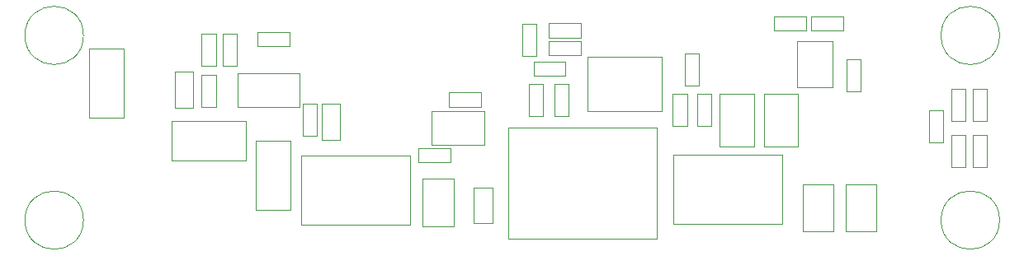
<source format=gbr>
%TF.GenerationSoftware,KiCad,Pcbnew,(5.1.6)-1*%
%TF.CreationDate,2020-08-13T11:00:50+03:00*%
%TF.ProjectId,Rechargeable 5V power bank REV 0.53,52656368-6172-4676-9561-626c65203556,rev?*%
%TF.SameCoordinates,Original*%
%TF.FileFunction,Other,User*%
%FSLAX46Y46*%
G04 Gerber Fmt 4.6, Leading zero omitted, Abs format (unit mm)*
G04 Created by KiCad (PCBNEW (5.1.6)-1) date 2020-08-13 11:00:50*
%MOMM*%
%LPD*%
G01*
G04 APERTURE LIST*
%ADD10C,0.050000*%
%ADD11C,0.120000*%
G04 APERTURE END LIST*
D10*
%TO.C,C13*%
X102350000Y-73750000D02*
X102350000Y-70050000D01*
X100450000Y-73750000D02*
X102350000Y-73750000D01*
X100450000Y-70050000D02*
X100450000Y-73750000D01*
X102350000Y-70050000D02*
X100450000Y-70050000D01*
%TO.C,C11*%
X85350000Y-66750000D02*
X85350000Y-70450000D01*
X87250000Y-66750000D02*
X85350000Y-66750000D01*
X87250000Y-70450000D02*
X87250000Y-66750000D01*
X85350000Y-70450000D02*
X87250000Y-70450000D01*
%TO.C,U1*%
X98150000Y-70400000D02*
X91850000Y-70400000D01*
X98150000Y-66900000D02*
X98150000Y-70400000D01*
X91850000Y-66900000D02*
X98150000Y-66900000D01*
X91850000Y-70400000D02*
X91850000Y-66900000D01*
%TO.C,C12*%
X157380000Y-83187500D02*
X157380000Y-78287500D01*
X154220000Y-83187500D02*
X157380000Y-83187500D01*
X154220000Y-78287500D02*
X154220000Y-83187500D01*
X157380000Y-78287500D02*
X154220000Y-78287500D01*
D11*
%TO.C,MH4*%
X170000000Y-82000000D02*
G75*
G03*
X170000000Y-82000000I-3000000J0D01*
G01*
%TO.C,MH3*%
X170000000Y-63000000D02*
G75*
G03*
X170000000Y-63000000I-3000000J0D01*
G01*
%TO.C,MH2*%
X76000000Y-82000000D02*
G75*
G03*
X76000000Y-82000000I-3000000J0D01*
G01*
%TO.C,MH1*%
X76000000Y-63000000D02*
G75*
G03*
X76000000Y-63000000I-3000000J0D01*
G01*
%TO.C,U3*%
X135310000Y-70794000D02*
X127690000Y-70794000D01*
X127690000Y-70794000D02*
X127690000Y-65206000D01*
X127690000Y-65206000D02*
X135310000Y-65206000D01*
X135310000Y-65206000D02*
X135310000Y-70794000D01*
D10*
%TO.C,U2*%
X149250000Y-68350000D02*
X152850000Y-68350000D01*
X149250000Y-63550000D02*
X149250000Y-68350000D01*
X152850000Y-63550000D02*
X149250000Y-63550000D01*
X152850000Y-68350000D02*
X152850000Y-63550000D01*
%TO.C,R19*%
X164230000Y-74025000D02*
X164230000Y-70725000D01*
X162770000Y-74025000D02*
X164230000Y-74025000D01*
X162770000Y-70725000D02*
X162770000Y-74025000D01*
X164230000Y-70725000D02*
X162770000Y-70725000D01*
%TO.C,R18*%
X167270000Y-73225000D02*
X167270000Y-76525000D01*
X168730000Y-73225000D02*
X167270000Y-73225000D01*
X168730000Y-76525000D02*
X168730000Y-73225000D01*
X167270000Y-76525000D02*
X168730000Y-76525000D01*
%TO.C,R17*%
X168730000Y-71775000D02*
X168730000Y-68475000D01*
X167270000Y-71775000D02*
X168730000Y-71775000D01*
X167270000Y-68475000D02*
X167270000Y-71775000D01*
X168730000Y-68475000D02*
X167270000Y-68475000D01*
%TO.C,R16*%
X166480000Y-76525000D02*
X166480000Y-73225000D01*
X165020000Y-76525000D02*
X166480000Y-76525000D01*
X165020000Y-73225000D02*
X165020000Y-76525000D01*
X166480000Y-73225000D02*
X165020000Y-73225000D01*
%TO.C,R15*%
X165020000Y-68475000D02*
X165020000Y-71775000D01*
X166480000Y-68475000D02*
X165020000Y-68475000D01*
X166480000Y-71775000D02*
X166480000Y-68475000D01*
X165020000Y-71775000D02*
X166480000Y-71775000D01*
%TO.C,R14*%
X139130000Y-68125000D02*
X139130000Y-64825000D01*
X137670000Y-68125000D02*
X139130000Y-68125000D01*
X137670000Y-64825000D02*
X137670000Y-68125000D01*
X139130000Y-64825000D02*
X137670000Y-64825000D01*
%TO.C,R13*%
X123775000Y-63230000D02*
X127075000Y-63230000D01*
X123775000Y-61770000D02*
X123775000Y-63230000D01*
X127075000Y-61770000D02*
X123775000Y-61770000D01*
X127075000Y-63230000D02*
X127075000Y-61770000D01*
%TO.C,R12*%
X138970000Y-69025000D02*
X138970000Y-72325000D01*
X140430000Y-69025000D02*
X138970000Y-69025000D01*
X140430000Y-72325000D02*
X140430000Y-69025000D01*
X138970000Y-72325000D02*
X140430000Y-72325000D01*
%TO.C,R11*%
X125475000Y-65670000D02*
X122175000Y-65670000D01*
X125475000Y-67130000D02*
X125475000Y-65670000D01*
X122175000Y-67130000D02*
X125475000Y-67130000D01*
X122175000Y-65670000D02*
X122175000Y-67130000D01*
%TO.C,R10*%
X116825000Y-68870000D02*
X113525000Y-68870000D01*
X116825000Y-70330000D02*
X116825000Y-68870000D01*
X113525000Y-70330000D02*
X116825000Y-70330000D01*
X113525000Y-68870000D02*
X113525000Y-70330000D01*
%TO.C,R9*%
X110375000Y-76030000D02*
X113675000Y-76030000D01*
X110375000Y-74570000D02*
X110375000Y-76030000D01*
X113675000Y-74570000D02*
X110375000Y-74570000D01*
X113675000Y-76030000D02*
X113675000Y-74570000D01*
%TO.C,R8*%
X121720000Y-67975000D02*
X121720000Y-71275000D01*
X123180000Y-67975000D02*
X121720000Y-67975000D01*
X123180000Y-71275000D02*
X123180000Y-67975000D01*
X121720000Y-71275000D02*
X123180000Y-71275000D01*
%TO.C,R7*%
X155730000Y-68775000D02*
X155730000Y-65475000D01*
X154270000Y-68775000D02*
X155730000Y-68775000D01*
X154270000Y-65475000D02*
X154270000Y-68775000D01*
X155730000Y-65475000D02*
X154270000Y-65475000D01*
%TO.C,R6*%
X146850000Y-62530000D02*
X150150000Y-62530000D01*
X146850000Y-61070000D02*
X146850000Y-62530000D01*
X150150000Y-61070000D02*
X146850000Y-61070000D01*
X150150000Y-62530000D02*
X150150000Y-61070000D01*
%TO.C,R5*%
X88120000Y-62850000D02*
X88120000Y-66150000D01*
X89580000Y-62850000D02*
X88120000Y-62850000D01*
X89580000Y-66150000D02*
X89580000Y-62850000D01*
X88120000Y-66150000D02*
X89580000Y-66150000D01*
%TO.C,R4*%
X97150000Y-62670000D02*
X93850000Y-62670000D01*
X97150000Y-64130000D02*
X97150000Y-62670000D01*
X93850000Y-64130000D02*
X97150000Y-64130000D01*
X93850000Y-62670000D02*
X93850000Y-64130000D01*
%TO.C,R3*%
X90270000Y-62850000D02*
X90270000Y-66150000D01*
X91730000Y-62850000D02*
X90270000Y-62850000D01*
X91730000Y-66150000D02*
X91730000Y-62850000D01*
X90270000Y-66150000D02*
X91730000Y-66150000D01*
%TO.C,Q3*%
X117100000Y-70800000D02*
X111700000Y-70800000D01*
X111700000Y-70800000D02*
X111700000Y-74300000D01*
X111700000Y-74300000D02*
X117100000Y-74300000D01*
X117100000Y-74300000D02*
X117100000Y-70800000D01*
%TO.C,Q2*%
X144800000Y-74450000D02*
X144800000Y-69050000D01*
X144800000Y-69050000D02*
X141300000Y-69050000D01*
X141300000Y-69050000D02*
X141300000Y-74450000D01*
X141300000Y-74450000D02*
X144800000Y-74450000D01*
%TO.C,Q1*%
X149300000Y-74450000D02*
X149300000Y-69050000D01*
X149300000Y-69050000D02*
X145800000Y-69050000D01*
X145800000Y-69050000D02*
X145800000Y-74450000D01*
X145800000Y-74450000D02*
X149300000Y-74450000D01*
D11*
%TO.C,L1*%
X119580000Y-83915000D02*
X119580000Y-72485000D01*
X119580000Y-72485000D02*
X134820000Y-72485000D01*
X134820000Y-72485000D02*
X134820000Y-83915000D01*
X134820000Y-83915000D02*
X119580000Y-83915000D01*
%TO.C,F1*%
X85065000Y-75705000D02*
X85065000Y-71768000D01*
X85065000Y-71768000D02*
X92685000Y-71768000D01*
X92685000Y-71768000D02*
X92685000Y-75705000D01*
X92685000Y-75705000D02*
X92685000Y-75832000D01*
X92685000Y-75832000D02*
X85065000Y-75832000D01*
X85065000Y-75832000D02*
X85065000Y-75705000D01*
%TO.C,D4*%
X80178000Y-71456000D02*
X76622000Y-71456000D01*
X76622000Y-71456000D02*
X76622000Y-64598000D01*
X76622000Y-64598000D02*
X76622000Y-64344000D01*
X76622000Y-64344000D02*
X80178000Y-64344000D01*
X80178000Y-64344000D02*
X80178000Y-71456000D01*
%TO.C,D3*%
X147688000Y-75244000D02*
X147688000Y-82356000D01*
X147688000Y-82356000D02*
X137020000Y-82356000D01*
X137020000Y-82356000D02*
X136512000Y-82356000D01*
X136512000Y-82356000D02*
X136512000Y-75244000D01*
X136512000Y-75244000D02*
X147688000Y-75244000D01*
%TO.C,D2*%
X109488000Y-75344000D02*
X109488000Y-82456000D01*
X109488000Y-82456000D02*
X98820000Y-82456000D01*
X98820000Y-82456000D02*
X98312000Y-82456000D01*
X98312000Y-82456000D02*
X98312000Y-75344000D01*
X98312000Y-75344000D02*
X109488000Y-75344000D01*
%TO.C,D1*%
X93722000Y-73844000D02*
X97278000Y-73844000D01*
X97278000Y-73844000D02*
X97278000Y-80702000D01*
X97278000Y-80702000D02*
X97278000Y-80956000D01*
X97278000Y-80956000D02*
X93722000Y-80956000D01*
X93722000Y-80956000D02*
X93722000Y-73844000D01*
D10*
%TO.C,C10*%
X122480000Y-65075000D02*
X122480000Y-61775000D01*
X121020000Y-65075000D02*
X122480000Y-65075000D01*
X121020000Y-61775000D02*
X121020000Y-65075000D01*
X122480000Y-61775000D02*
X121020000Y-61775000D01*
%TO.C,C9*%
X137930000Y-72325000D02*
X137930000Y-69025000D01*
X136470000Y-72325000D02*
X137930000Y-72325000D01*
X136470000Y-69025000D02*
X136470000Y-72325000D01*
X137930000Y-69025000D02*
X136470000Y-69025000D01*
%TO.C,C8*%
X123775000Y-65030000D02*
X127075000Y-65030000D01*
X123775000Y-63570000D02*
X123775000Y-65030000D01*
X127075000Y-63570000D02*
X123775000Y-63570000D01*
X127075000Y-65030000D02*
X127075000Y-63570000D01*
%TO.C,C7*%
X152980000Y-83187500D02*
X152980000Y-78287500D01*
X149820000Y-83187500D02*
X152980000Y-83187500D01*
X149820000Y-78287500D02*
X149820000Y-83187500D01*
X152980000Y-78287500D02*
X149820000Y-78287500D01*
%TO.C,C6*%
X124320000Y-68000000D02*
X124320000Y-71300000D01*
X125780000Y-68000000D02*
X124320000Y-68000000D01*
X125780000Y-71300000D02*
X125780000Y-68000000D01*
X124320000Y-71300000D02*
X125780000Y-71300000D01*
%TO.C,C5*%
X117950000Y-82325000D02*
X117950000Y-78625000D01*
X116050000Y-82325000D02*
X117950000Y-82325000D01*
X116050000Y-78625000D02*
X116050000Y-82325000D01*
X117950000Y-78625000D02*
X116050000Y-78625000D01*
%TO.C,C4*%
X113980000Y-82650000D02*
X113980000Y-77750000D01*
X110820000Y-82650000D02*
X113980000Y-82650000D01*
X110820000Y-77750000D02*
X110820000Y-82650000D01*
X113980000Y-77750000D02*
X110820000Y-77750000D01*
%TO.C,C3*%
X153925000Y-61070000D02*
X150625000Y-61070000D01*
X153925000Y-62530000D02*
X153925000Y-61070000D01*
X150625000Y-62530000D02*
X153925000Y-62530000D01*
X150625000Y-61070000D02*
X150625000Y-62530000D01*
%TO.C,C2*%
X98470000Y-70050000D02*
X98470000Y-73350000D01*
X99930000Y-70050000D02*
X98470000Y-70050000D01*
X99930000Y-73350000D02*
X99930000Y-70050000D01*
X98470000Y-73350000D02*
X99930000Y-73350000D01*
%TO.C,C1*%
X88120000Y-67075000D02*
X88120000Y-70375000D01*
X89580000Y-67075000D02*
X88120000Y-67075000D01*
X89580000Y-70375000D02*
X89580000Y-67075000D01*
X88120000Y-70375000D02*
X89580000Y-70375000D01*
%TD*%
M02*

</source>
